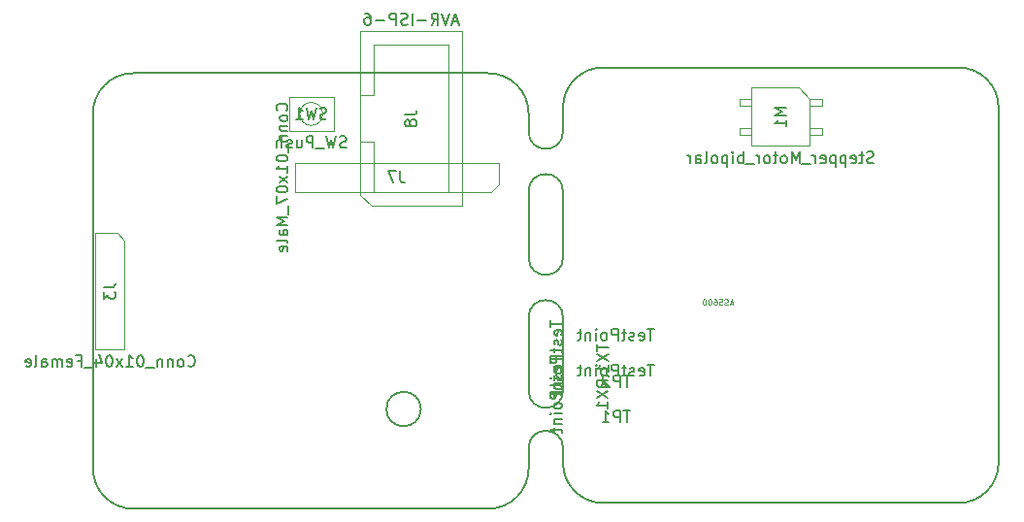
<source format=gbr>
%TF.GenerationSoftware,KiCad,Pcbnew,(5.1.8-0-10_14)*%
%TF.CreationDate,2021-08-18T19:24:52+02:00*%
%TF.ProjectId,ethersweep,65746865-7273-4776-9565-702e6b696361,2.0.1*%
%TF.SameCoordinates,Original*%
%TF.FileFunction,Other,Fab,Bot*%
%FSLAX46Y46*%
G04 Gerber Fmt 4.6, Leading zero omitted, Abs format (unit mm)*
G04 Created by KiCad (PCBNEW (5.1.8-0-10_14)) date 2021-08-18 19:24:52*
%MOMM*%
%LPD*%
G01*
G04 APERTURE LIST*
%TA.AperFunction,Profile*%
%ADD10C,0.150000*%
%TD*%
%ADD11C,0.100000*%
%ADD12C,0.150000*%
%ADD13C,0.015000*%
G04 APERTURE END LIST*
D10*
X198000000Y-81000000D02*
G75*
G02*
X201500000Y-84500000I0J-3500000D01*
G01*
X160500000Y-115500000D02*
X160500000Y-114200000D01*
X163500000Y-86600000D02*
X163500000Y-85000000D01*
X163500000Y-86600000D02*
G75*
G02*
X160500000Y-86600000I-1500000J0D01*
G01*
X163500000Y-115500000D02*
X163500000Y-114200000D01*
X160500000Y-86600000D02*
X160500000Y-85000000D01*
X160500000Y-114200000D02*
G75*
G02*
X163500000Y-114200000I1500000J0D01*
G01*
X163500000Y-97600000D02*
G75*
G02*
X160500000Y-97600000I-1500000J0D01*
G01*
X160500000Y-91800000D02*
G75*
G02*
X163500000Y-91800000I1500000J0D01*
G01*
X163500000Y-97600000D02*
X163500000Y-91800000D01*
X160500000Y-109200000D02*
X160500000Y-102800000D01*
X160500000Y-102800000D02*
G75*
G02*
X163500000Y-102800000I1500000J0D01*
G01*
X160500000Y-97600000D02*
X160500000Y-91800000D01*
X163500000Y-109200000D02*
X163500000Y-102800000D01*
X163500000Y-109200000D02*
G75*
G02*
X160500000Y-109200000I-1500000J0D01*
G01*
X160500000Y-116000000D02*
X160500000Y-115500000D01*
X163500000Y-84500000D02*
X163500000Y-85000000D01*
X151100000Y-110800000D02*
G75*
G03*
X151100000Y-110800000I-1500000J0D01*
G01*
X126000000Y-119500000D02*
G75*
G02*
X122500000Y-116000000I0J3500000D01*
G01*
X126000000Y-119500000D02*
X157000000Y-119500000D01*
X167000000Y-81000000D02*
X198000000Y-81000000D01*
X163500000Y-84500000D02*
G75*
G02*
X167000000Y-81000000I3500000J0D01*
G01*
X201500000Y-115500000D02*
G75*
G02*
X198000000Y-119000000I-3500000J0D01*
G01*
X167000000Y-119000000D02*
G75*
G02*
X163500000Y-115500000I0J3500000D01*
G01*
X167000000Y-119000000D02*
X198000000Y-119000000D01*
X201500000Y-115500000D02*
X201500000Y-84500000D01*
X122500000Y-85000000D02*
X122500000Y-116000000D01*
X160500000Y-116000000D02*
G75*
G02*
X157000000Y-119500000I-3500000J0D01*
G01*
X157000000Y-81500000D02*
G75*
G02*
X160500000Y-85000000I0J-3500000D01*
G01*
X122500000Y-85000000D02*
G75*
G02*
X126000000Y-81500000I3500000J0D01*
G01*
X157000000Y-81500000D02*
X126000000Y-81500000D01*
D11*
X147020000Y-83410000D02*
X145820000Y-83410000D01*
X147020000Y-83410000D02*
X147020000Y-83410000D01*
X147020000Y-79010000D02*
X147020000Y-83410000D01*
X153520000Y-79010000D02*
X147020000Y-79010000D01*
X153520000Y-91910000D02*
X153520000Y-79010000D01*
X147020000Y-91910000D02*
X153520000Y-91910000D01*
X147020000Y-87510000D02*
X147020000Y-91910000D01*
X145820000Y-87510000D02*
X147020000Y-87510000D01*
X145820000Y-77820000D02*
X145820000Y-92100000D01*
X154720000Y-77820000D02*
X145820000Y-77820000D01*
X154720000Y-93100000D02*
X154720000Y-77820000D01*
X146820000Y-93100000D02*
X154720000Y-93100000D01*
X145820000Y-92100000D02*
X146820000Y-93100000D01*
X124635000Y-95430000D02*
X122730000Y-95430000D01*
X122730000Y-95430000D02*
X122730000Y-105590000D01*
X122730000Y-105590000D02*
X125270000Y-105590000D01*
X125270000Y-105590000D02*
X125270000Y-96065000D01*
X125270000Y-96065000D02*
X124635000Y-95430000D01*
X179960000Y-87840000D02*
X185040000Y-87840000D01*
X184090000Y-82760000D02*
X179960000Y-82760000D01*
X185040000Y-87840000D02*
X185040000Y-83710000D01*
X185040000Y-83710000D02*
X184090000Y-82760000D01*
X179960000Y-82760000D02*
X179960000Y-87840000D01*
X185040000Y-83710000D02*
X186100000Y-83710000D01*
X186100000Y-83710000D02*
X186100000Y-84350000D01*
X186100000Y-84350000D02*
X185040000Y-84350000D01*
X179960000Y-83710000D02*
X178900000Y-83710000D01*
X178900000Y-83710000D02*
X178900000Y-84350000D01*
X178900000Y-84350000D02*
X179960000Y-84350000D01*
X185040000Y-86250000D02*
X186100000Y-86250000D01*
X186100000Y-86250000D02*
X186100000Y-86890000D01*
X186100000Y-86890000D02*
X185040000Y-86890000D01*
X179960000Y-86250000D02*
X178900000Y-86250000D01*
X178900000Y-86250000D02*
X178900000Y-86890000D01*
X178900000Y-86890000D02*
X179960000Y-86890000D01*
X142550000Y-85050000D02*
G75*
G03*
X142550000Y-85050000I-1000000J0D01*
G01*
X139600000Y-86500000D02*
X143500000Y-86500000D01*
X143500000Y-86500000D02*
X143500000Y-83600000D01*
X143500000Y-83600000D02*
X139600000Y-83600000D01*
X139600000Y-83600000D02*
X139600000Y-86500000D01*
X157870000Y-91235000D02*
X157870000Y-89330000D01*
X157870000Y-89330000D02*
X140090000Y-89330000D01*
X140090000Y-89330000D02*
X140090000Y-91870000D01*
X140090000Y-91870000D02*
X157235000Y-91870000D01*
X157235000Y-91870000D02*
X157870000Y-91235000D01*
D12*
X154365238Y-76986666D02*
X153889047Y-76986666D01*
X154460476Y-77272380D02*
X154127142Y-76272380D01*
X153793809Y-77272380D01*
X153603333Y-76272380D02*
X153270000Y-77272380D01*
X152936666Y-76272380D01*
X152031904Y-77272380D02*
X152365238Y-76796190D01*
X152603333Y-77272380D02*
X152603333Y-76272380D01*
X152222380Y-76272380D01*
X152127142Y-76320000D01*
X152079523Y-76367619D01*
X152031904Y-76462857D01*
X152031904Y-76605714D01*
X152079523Y-76700952D01*
X152127142Y-76748571D01*
X152222380Y-76796190D01*
X152603333Y-76796190D01*
X151603333Y-76891428D02*
X150841428Y-76891428D01*
X150365238Y-77272380D02*
X150365238Y-76272380D01*
X149936666Y-77224761D02*
X149793809Y-77272380D01*
X149555714Y-77272380D01*
X149460476Y-77224761D01*
X149412857Y-77177142D01*
X149365238Y-77081904D01*
X149365238Y-76986666D01*
X149412857Y-76891428D01*
X149460476Y-76843809D01*
X149555714Y-76796190D01*
X149746190Y-76748571D01*
X149841428Y-76700952D01*
X149889047Y-76653333D01*
X149936666Y-76558095D01*
X149936666Y-76462857D01*
X149889047Y-76367619D01*
X149841428Y-76320000D01*
X149746190Y-76272380D01*
X149508095Y-76272380D01*
X149365238Y-76320000D01*
X148936666Y-77272380D02*
X148936666Y-76272380D01*
X148555714Y-76272380D01*
X148460476Y-76320000D01*
X148412857Y-76367619D01*
X148365238Y-76462857D01*
X148365238Y-76605714D01*
X148412857Y-76700952D01*
X148460476Y-76748571D01*
X148555714Y-76796190D01*
X148936666Y-76796190D01*
X147936666Y-76891428D02*
X147174761Y-76891428D01*
X146270000Y-76272380D02*
X146460476Y-76272380D01*
X146555714Y-76320000D01*
X146603333Y-76367619D01*
X146698571Y-76510476D01*
X146746190Y-76700952D01*
X146746190Y-77081904D01*
X146698571Y-77177142D01*
X146650952Y-77224761D01*
X146555714Y-77272380D01*
X146365238Y-77272380D01*
X146270000Y-77224761D01*
X146222380Y-77177142D01*
X146174761Y-77081904D01*
X146174761Y-76843809D01*
X146222380Y-76748571D01*
X146270000Y-76700952D01*
X146365238Y-76653333D01*
X146555714Y-76653333D01*
X146650952Y-76700952D01*
X146698571Y-76748571D01*
X146746190Y-76843809D01*
X149722380Y-85126666D02*
X150436666Y-85126666D01*
X150579523Y-85079047D01*
X150674761Y-84983809D01*
X150722380Y-84840952D01*
X150722380Y-84745714D01*
X150150952Y-85745714D02*
X150103333Y-85650476D01*
X150055714Y-85602857D01*
X149960476Y-85555238D01*
X149912857Y-85555238D01*
X149817619Y-85602857D01*
X149770000Y-85650476D01*
X149722380Y-85745714D01*
X149722380Y-85936190D01*
X149770000Y-86031428D01*
X149817619Y-86079047D01*
X149912857Y-86126666D01*
X149960476Y-86126666D01*
X150055714Y-86079047D01*
X150103333Y-86031428D01*
X150150952Y-85936190D01*
X150150952Y-85745714D01*
X150198571Y-85650476D01*
X150246190Y-85602857D01*
X150341428Y-85555238D01*
X150531904Y-85555238D01*
X150627142Y-85602857D01*
X150674761Y-85650476D01*
X150722380Y-85745714D01*
X150722380Y-85936190D01*
X150674761Y-86031428D01*
X150627142Y-86079047D01*
X150531904Y-86126666D01*
X150341428Y-86126666D01*
X150246190Y-86079047D01*
X150198571Y-86031428D01*
X150150952Y-85936190D01*
X130785714Y-107007142D02*
X130833333Y-107054761D01*
X130976190Y-107102380D01*
X131071428Y-107102380D01*
X131214285Y-107054761D01*
X131309523Y-106959523D01*
X131357142Y-106864285D01*
X131404761Y-106673809D01*
X131404761Y-106530952D01*
X131357142Y-106340476D01*
X131309523Y-106245238D01*
X131214285Y-106150000D01*
X131071428Y-106102380D01*
X130976190Y-106102380D01*
X130833333Y-106150000D01*
X130785714Y-106197619D01*
X130214285Y-107102380D02*
X130309523Y-107054761D01*
X130357142Y-107007142D01*
X130404761Y-106911904D01*
X130404761Y-106626190D01*
X130357142Y-106530952D01*
X130309523Y-106483333D01*
X130214285Y-106435714D01*
X130071428Y-106435714D01*
X129976190Y-106483333D01*
X129928571Y-106530952D01*
X129880952Y-106626190D01*
X129880952Y-106911904D01*
X129928571Y-107007142D01*
X129976190Y-107054761D01*
X130071428Y-107102380D01*
X130214285Y-107102380D01*
X129452380Y-106435714D02*
X129452380Y-107102380D01*
X129452380Y-106530952D02*
X129404761Y-106483333D01*
X129309523Y-106435714D01*
X129166666Y-106435714D01*
X129071428Y-106483333D01*
X129023809Y-106578571D01*
X129023809Y-107102380D01*
X128547619Y-106435714D02*
X128547619Y-107102380D01*
X128547619Y-106530952D02*
X128500000Y-106483333D01*
X128404761Y-106435714D01*
X128261904Y-106435714D01*
X128166666Y-106483333D01*
X128119047Y-106578571D01*
X128119047Y-107102380D01*
X127880952Y-107197619D02*
X127119047Y-107197619D01*
X126690476Y-106102380D02*
X126595238Y-106102380D01*
X126500000Y-106150000D01*
X126452380Y-106197619D01*
X126404761Y-106292857D01*
X126357142Y-106483333D01*
X126357142Y-106721428D01*
X126404761Y-106911904D01*
X126452380Y-107007142D01*
X126500000Y-107054761D01*
X126595238Y-107102380D01*
X126690476Y-107102380D01*
X126785714Y-107054761D01*
X126833333Y-107007142D01*
X126880952Y-106911904D01*
X126928571Y-106721428D01*
X126928571Y-106483333D01*
X126880952Y-106292857D01*
X126833333Y-106197619D01*
X126785714Y-106150000D01*
X126690476Y-106102380D01*
X125404761Y-107102380D02*
X125976190Y-107102380D01*
X125690476Y-107102380D02*
X125690476Y-106102380D01*
X125785714Y-106245238D01*
X125880952Y-106340476D01*
X125976190Y-106388095D01*
X125071428Y-107102380D02*
X124547619Y-106435714D01*
X125071428Y-106435714D02*
X124547619Y-107102380D01*
X123976190Y-106102380D02*
X123880952Y-106102380D01*
X123785714Y-106150000D01*
X123738095Y-106197619D01*
X123690476Y-106292857D01*
X123642857Y-106483333D01*
X123642857Y-106721428D01*
X123690476Y-106911904D01*
X123738095Y-107007142D01*
X123785714Y-107054761D01*
X123880952Y-107102380D01*
X123976190Y-107102380D01*
X124071428Y-107054761D01*
X124119047Y-107007142D01*
X124166666Y-106911904D01*
X124214285Y-106721428D01*
X124214285Y-106483333D01*
X124166666Y-106292857D01*
X124119047Y-106197619D01*
X124071428Y-106150000D01*
X123976190Y-106102380D01*
X122785714Y-106435714D02*
X122785714Y-107102380D01*
X123023809Y-106054761D02*
X123261904Y-106769047D01*
X122642857Y-106769047D01*
X122500000Y-107197619D02*
X121738095Y-107197619D01*
X121166666Y-106578571D02*
X121500000Y-106578571D01*
X121500000Y-107102380D02*
X121500000Y-106102380D01*
X121023809Y-106102380D01*
X120261904Y-107054761D02*
X120357142Y-107102380D01*
X120547619Y-107102380D01*
X120642857Y-107054761D01*
X120690476Y-106959523D01*
X120690476Y-106578571D01*
X120642857Y-106483333D01*
X120547619Y-106435714D01*
X120357142Y-106435714D01*
X120261904Y-106483333D01*
X120214285Y-106578571D01*
X120214285Y-106673809D01*
X120690476Y-106769047D01*
X119785714Y-107102380D02*
X119785714Y-106435714D01*
X119785714Y-106530952D02*
X119738095Y-106483333D01*
X119642857Y-106435714D01*
X119500000Y-106435714D01*
X119404761Y-106483333D01*
X119357142Y-106578571D01*
X119357142Y-107102380D01*
X119357142Y-106578571D02*
X119309523Y-106483333D01*
X119214285Y-106435714D01*
X119071428Y-106435714D01*
X118976190Y-106483333D01*
X118928571Y-106578571D01*
X118928571Y-107102380D01*
X118023809Y-107102380D02*
X118023809Y-106578571D01*
X118071428Y-106483333D01*
X118166666Y-106435714D01*
X118357142Y-106435714D01*
X118452380Y-106483333D01*
X118023809Y-107054761D02*
X118119047Y-107102380D01*
X118357142Y-107102380D01*
X118452380Y-107054761D01*
X118500000Y-106959523D01*
X118500000Y-106864285D01*
X118452380Y-106769047D01*
X118357142Y-106721428D01*
X118119047Y-106721428D01*
X118023809Y-106673809D01*
X117404761Y-107102380D02*
X117500000Y-107054761D01*
X117547619Y-106959523D01*
X117547619Y-106102380D01*
X116642857Y-107054761D02*
X116738095Y-107102380D01*
X116928571Y-107102380D01*
X117023809Y-107054761D01*
X117071428Y-106959523D01*
X117071428Y-106578571D01*
X117023809Y-106483333D01*
X116928571Y-106435714D01*
X116738095Y-106435714D01*
X116642857Y-106483333D01*
X116595238Y-106578571D01*
X116595238Y-106673809D01*
X117071428Y-106769047D01*
X123452380Y-100176666D02*
X124166666Y-100176666D01*
X124309523Y-100129047D01*
X124404761Y-100033809D01*
X124452380Y-99890952D01*
X124452380Y-99795714D01*
X123452380Y-100557619D02*
X123452380Y-101176666D01*
X123833333Y-100843333D01*
X123833333Y-100986190D01*
X123880952Y-101081428D01*
X123928571Y-101129047D01*
X124023809Y-101176666D01*
X124261904Y-101176666D01*
X124357142Y-101129047D01*
X124404761Y-101081428D01*
X124452380Y-100986190D01*
X124452380Y-100700476D01*
X124404761Y-100605238D01*
X124357142Y-100557619D01*
X190595238Y-89304761D02*
X190452380Y-89352380D01*
X190214285Y-89352380D01*
X190119047Y-89304761D01*
X190071428Y-89257142D01*
X190023809Y-89161904D01*
X190023809Y-89066666D01*
X190071428Y-88971428D01*
X190119047Y-88923809D01*
X190214285Y-88876190D01*
X190404761Y-88828571D01*
X190500000Y-88780952D01*
X190547619Y-88733333D01*
X190595238Y-88638095D01*
X190595238Y-88542857D01*
X190547619Y-88447619D01*
X190500000Y-88400000D01*
X190404761Y-88352380D01*
X190166666Y-88352380D01*
X190023809Y-88400000D01*
X189738095Y-88685714D02*
X189357142Y-88685714D01*
X189595238Y-88352380D02*
X189595238Y-89209523D01*
X189547619Y-89304761D01*
X189452380Y-89352380D01*
X189357142Y-89352380D01*
X188642857Y-89304761D02*
X188738095Y-89352380D01*
X188928571Y-89352380D01*
X189023809Y-89304761D01*
X189071428Y-89209523D01*
X189071428Y-88828571D01*
X189023809Y-88733333D01*
X188928571Y-88685714D01*
X188738095Y-88685714D01*
X188642857Y-88733333D01*
X188595238Y-88828571D01*
X188595238Y-88923809D01*
X189071428Y-89019047D01*
X188166666Y-88685714D02*
X188166666Y-89685714D01*
X188166666Y-88733333D02*
X188071428Y-88685714D01*
X187880952Y-88685714D01*
X187785714Y-88733333D01*
X187738095Y-88780952D01*
X187690476Y-88876190D01*
X187690476Y-89161904D01*
X187738095Y-89257142D01*
X187785714Y-89304761D01*
X187880952Y-89352380D01*
X188071428Y-89352380D01*
X188166666Y-89304761D01*
X187261904Y-88685714D02*
X187261904Y-89685714D01*
X187261904Y-88733333D02*
X187166666Y-88685714D01*
X186976190Y-88685714D01*
X186880952Y-88733333D01*
X186833333Y-88780952D01*
X186785714Y-88876190D01*
X186785714Y-89161904D01*
X186833333Y-89257142D01*
X186880952Y-89304761D01*
X186976190Y-89352380D01*
X187166666Y-89352380D01*
X187261904Y-89304761D01*
X185976190Y-89304761D02*
X186071428Y-89352380D01*
X186261904Y-89352380D01*
X186357142Y-89304761D01*
X186404761Y-89209523D01*
X186404761Y-88828571D01*
X186357142Y-88733333D01*
X186261904Y-88685714D01*
X186071428Y-88685714D01*
X185976190Y-88733333D01*
X185928571Y-88828571D01*
X185928571Y-88923809D01*
X186404761Y-89019047D01*
X185500000Y-89352380D02*
X185500000Y-88685714D01*
X185500000Y-88876190D02*
X185452380Y-88780952D01*
X185404761Y-88733333D01*
X185309523Y-88685714D01*
X185214285Y-88685714D01*
X185119047Y-89447619D02*
X184357142Y-89447619D01*
X184119047Y-89352380D02*
X184119047Y-88352380D01*
X183785714Y-89066666D01*
X183452380Y-88352380D01*
X183452380Y-89352380D01*
X182833333Y-89352380D02*
X182928571Y-89304761D01*
X182976190Y-89257142D01*
X183023809Y-89161904D01*
X183023809Y-88876190D01*
X182976190Y-88780952D01*
X182928571Y-88733333D01*
X182833333Y-88685714D01*
X182690476Y-88685714D01*
X182595238Y-88733333D01*
X182547619Y-88780952D01*
X182500000Y-88876190D01*
X182500000Y-89161904D01*
X182547619Y-89257142D01*
X182595238Y-89304761D01*
X182690476Y-89352380D01*
X182833333Y-89352380D01*
X182214285Y-88685714D02*
X181833333Y-88685714D01*
X182071428Y-88352380D02*
X182071428Y-89209523D01*
X182023809Y-89304761D01*
X181928571Y-89352380D01*
X181833333Y-89352380D01*
X181357142Y-89352380D02*
X181452380Y-89304761D01*
X181500000Y-89257142D01*
X181547619Y-89161904D01*
X181547619Y-88876190D01*
X181500000Y-88780952D01*
X181452380Y-88733333D01*
X181357142Y-88685714D01*
X181214285Y-88685714D01*
X181119047Y-88733333D01*
X181071428Y-88780952D01*
X181023809Y-88876190D01*
X181023809Y-89161904D01*
X181071428Y-89257142D01*
X181119047Y-89304761D01*
X181214285Y-89352380D01*
X181357142Y-89352380D01*
X180595238Y-89352380D02*
X180595238Y-88685714D01*
X180595238Y-88876190D02*
X180547619Y-88780952D01*
X180500000Y-88733333D01*
X180404761Y-88685714D01*
X180309523Y-88685714D01*
X180214285Y-89447619D02*
X179452380Y-89447619D01*
X179214285Y-89352380D02*
X179214285Y-88352380D01*
X179214285Y-88733333D02*
X179119047Y-88685714D01*
X178928571Y-88685714D01*
X178833333Y-88733333D01*
X178785714Y-88780952D01*
X178738095Y-88876190D01*
X178738095Y-89161904D01*
X178785714Y-89257142D01*
X178833333Y-89304761D01*
X178928571Y-89352380D01*
X179119047Y-89352380D01*
X179214285Y-89304761D01*
X178309523Y-89352380D02*
X178309523Y-88685714D01*
X178309523Y-88352380D02*
X178357142Y-88400000D01*
X178309523Y-88447619D01*
X178261904Y-88400000D01*
X178309523Y-88352380D01*
X178309523Y-88447619D01*
X177833333Y-88685714D02*
X177833333Y-89685714D01*
X177833333Y-88733333D02*
X177738095Y-88685714D01*
X177547619Y-88685714D01*
X177452380Y-88733333D01*
X177404761Y-88780952D01*
X177357142Y-88876190D01*
X177357142Y-89161904D01*
X177404761Y-89257142D01*
X177452380Y-89304761D01*
X177547619Y-89352380D01*
X177738095Y-89352380D01*
X177833333Y-89304761D01*
X176785714Y-89352380D02*
X176880952Y-89304761D01*
X176928571Y-89257142D01*
X176976190Y-89161904D01*
X176976190Y-88876190D01*
X176928571Y-88780952D01*
X176880952Y-88733333D01*
X176785714Y-88685714D01*
X176642857Y-88685714D01*
X176547619Y-88733333D01*
X176500000Y-88780952D01*
X176452380Y-88876190D01*
X176452380Y-89161904D01*
X176500000Y-89257142D01*
X176547619Y-89304761D01*
X176642857Y-89352380D01*
X176785714Y-89352380D01*
X175880952Y-89352380D02*
X175976190Y-89304761D01*
X176023809Y-89209523D01*
X176023809Y-88352380D01*
X175071428Y-89352380D02*
X175071428Y-88828571D01*
X175119047Y-88733333D01*
X175214285Y-88685714D01*
X175404761Y-88685714D01*
X175500000Y-88733333D01*
X175071428Y-89304761D02*
X175166666Y-89352380D01*
X175404761Y-89352380D01*
X175500000Y-89304761D01*
X175547619Y-89209523D01*
X175547619Y-89114285D01*
X175500000Y-89019047D01*
X175404761Y-88971428D01*
X175166666Y-88971428D01*
X175071428Y-88923809D01*
X174595238Y-89352380D02*
X174595238Y-88685714D01*
X174595238Y-88876190D02*
X174547619Y-88780952D01*
X174500000Y-88733333D01*
X174404761Y-88685714D01*
X174309523Y-88685714D01*
X182952380Y-84490476D02*
X181952380Y-84490476D01*
X182666666Y-84823809D01*
X181952380Y-85157142D01*
X182952380Y-85157142D01*
X182952380Y-86157142D02*
X182952380Y-85585714D01*
X182952380Y-85871428D02*
X181952380Y-85871428D01*
X182095238Y-85776190D01*
X182190476Y-85680952D01*
X182238095Y-85585714D01*
X144597619Y-87954761D02*
X144454761Y-88002380D01*
X144216666Y-88002380D01*
X144121428Y-87954761D01*
X144073809Y-87907142D01*
X144026190Y-87811904D01*
X144026190Y-87716666D01*
X144073809Y-87621428D01*
X144121428Y-87573809D01*
X144216666Y-87526190D01*
X144407142Y-87478571D01*
X144502380Y-87430952D01*
X144550000Y-87383333D01*
X144597619Y-87288095D01*
X144597619Y-87192857D01*
X144550000Y-87097619D01*
X144502380Y-87050000D01*
X144407142Y-87002380D01*
X144169047Y-87002380D01*
X144026190Y-87050000D01*
X143692857Y-87002380D02*
X143454761Y-88002380D01*
X143264285Y-87288095D01*
X143073809Y-88002380D01*
X142835714Y-87002380D01*
X142692857Y-88097619D02*
X141930952Y-88097619D01*
X141692857Y-88002380D02*
X141692857Y-87002380D01*
X141311904Y-87002380D01*
X141216666Y-87050000D01*
X141169047Y-87097619D01*
X141121428Y-87192857D01*
X141121428Y-87335714D01*
X141169047Y-87430952D01*
X141216666Y-87478571D01*
X141311904Y-87526190D01*
X141692857Y-87526190D01*
X140264285Y-87335714D02*
X140264285Y-88002380D01*
X140692857Y-87335714D02*
X140692857Y-87859523D01*
X140645238Y-87954761D01*
X140550000Y-88002380D01*
X140407142Y-88002380D01*
X140311904Y-87954761D01*
X140264285Y-87907142D01*
X139835714Y-87954761D02*
X139740476Y-88002380D01*
X139550000Y-88002380D01*
X139454761Y-87954761D01*
X139407142Y-87859523D01*
X139407142Y-87811904D01*
X139454761Y-87716666D01*
X139550000Y-87669047D01*
X139692857Y-87669047D01*
X139788095Y-87621428D01*
X139835714Y-87526190D01*
X139835714Y-87478571D01*
X139788095Y-87383333D01*
X139692857Y-87335714D01*
X139550000Y-87335714D01*
X139454761Y-87383333D01*
X138978571Y-88002380D02*
X138978571Y-87002380D01*
X138550000Y-88002380D02*
X138550000Y-87478571D01*
X138597619Y-87383333D01*
X138692857Y-87335714D01*
X138835714Y-87335714D01*
X138930952Y-87383333D01*
X138978571Y-87430952D01*
X142883333Y-85454761D02*
X142740476Y-85502380D01*
X142502380Y-85502380D01*
X142407142Y-85454761D01*
X142359523Y-85407142D01*
X142311904Y-85311904D01*
X142311904Y-85216666D01*
X142359523Y-85121428D01*
X142407142Y-85073809D01*
X142502380Y-85026190D01*
X142692857Y-84978571D01*
X142788095Y-84930952D01*
X142835714Y-84883333D01*
X142883333Y-84788095D01*
X142883333Y-84692857D01*
X142835714Y-84597619D01*
X142788095Y-84550000D01*
X142692857Y-84502380D01*
X142454761Y-84502380D01*
X142311904Y-84550000D01*
X141978571Y-84502380D02*
X141740476Y-85502380D01*
X141550000Y-84788095D01*
X141359523Y-85502380D01*
X141121428Y-84502380D01*
X140216666Y-85502380D02*
X140788095Y-85502380D01*
X140502380Y-85502380D02*
X140502380Y-84502380D01*
X140597619Y-84645238D01*
X140692857Y-84740476D01*
X140788095Y-84788095D01*
D13*
X178309523Y-101583333D02*
X178071428Y-101583333D01*
X178357142Y-101726190D02*
X178190476Y-101226190D01*
X178023809Y-101726190D01*
X177880952Y-101702380D02*
X177809523Y-101726190D01*
X177690476Y-101726190D01*
X177642857Y-101702380D01*
X177619047Y-101678571D01*
X177595238Y-101630952D01*
X177595238Y-101583333D01*
X177619047Y-101535714D01*
X177642857Y-101511904D01*
X177690476Y-101488095D01*
X177785714Y-101464285D01*
X177833333Y-101440476D01*
X177857142Y-101416666D01*
X177880952Y-101369047D01*
X177880952Y-101321428D01*
X177857142Y-101273809D01*
X177833333Y-101250000D01*
X177785714Y-101226190D01*
X177666666Y-101226190D01*
X177595238Y-101250000D01*
X177142857Y-101226190D02*
X177380952Y-101226190D01*
X177404761Y-101464285D01*
X177380952Y-101440476D01*
X177333333Y-101416666D01*
X177214285Y-101416666D01*
X177166666Y-101440476D01*
X177142857Y-101464285D01*
X177119047Y-101511904D01*
X177119047Y-101630952D01*
X177142857Y-101678571D01*
X177166666Y-101702380D01*
X177214285Y-101726190D01*
X177333333Y-101726190D01*
X177380952Y-101702380D01*
X177404761Y-101678571D01*
X176690476Y-101226190D02*
X176785714Y-101226190D01*
X176833333Y-101250000D01*
X176857142Y-101273809D01*
X176904761Y-101345238D01*
X176928571Y-101440476D01*
X176928571Y-101630952D01*
X176904761Y-101678571D01*
X176880952Y-101702380D01*
X176833333Y-101726190D01*
X176738095Y-101726190D01*
X176690476Y-101702380D01*
X176666666Y-101678571D01*
X176642857Y-101630952D01*
X176642857Y-101511904D01*
X176666666Y-101464285D01*
X176690476Y-101440476D01*
X176738095Y-101416666D01*
X176833333Y-101416666D01*
X176880952Y-101440476D01*
X176904761Y-101464285D01*
X176928571Y-101511904D01*
X176333333Y-101226190D02*
X176285714Y-101226190D01*
X176238095Y-101250000D01*
X176214285Y-101273809D01*
X176190476Y-101321428D01*
X176166666Y-101416666D01*
X176166666Y-101535714D01*
X176190476Y-101630952D01*
X176214285Y-101678571D01*
X176238095Y-101702380D01*
X176285714Y-101726190D01*
X176333333Y-101726190D01*
X176380952Y-101702380D01*
X176404761Y-101678571D01*
X176428571Y-101630952D01*
X176452380Y-101535714D01*
X176452380Y-101416666D01*
X176428571Y-101321428D01*
X176404761Y-101273809D01*
X176380952Y-101250000D01*
X176333333Y-101226190D01*
X175857142Y-101226190D02*
X175809523Y-101226190D01*
X175761904Y-101250000D01*
X175738095Y-101273809D01*
X175714285Y-101321428D01*
X175690476Y-101416666D01*
X175690476Y-101535714D01*
X175714285Y-101630952D01*
X175738095Y-101678571D01*
X175761904Y-101702380D01*
X175809523Y-101726190D01*
X175857142Y-101726190D01*
X175904761Y-101702380D01*
X175928571Y-101678571D01*
X175952380Y-101630952D01*
X175976190Y-101535714D01*
X175976190Y-101416666D01*
X175952380Y-101321428D01*
X175928571Y-101273809D01*
X175904761Y-101250000D01*
X175857142Y-101226190D01*
D12*
X162377379Y-106166666D02*
X162377379Y-106738095D01*
X163377379Y-106452380D02*
X162377379Y-106452380D01*
X163329760Y-107452380D02*
X163377379Y-107357142D01*
X163377379Y-107166666D01*
X163329760Y-107071428D01*
X163234522Y-107023809D01*
X162853570Y-107023809D01*
X162758332Y-107071428D01*
X162710713Y-107166666D01*
X162710713Y-107357142D01*
X162758332Y-107452380D01*
X162853570Y-107500000D01*
X162948808Y-107500000D01*
X163044046Y-107023809D01*
X163329760Y-107880952D02*
X163377379Y-107976190D01*
X163377379Y-108166666D01*
X163329760Y-108261904D01*
X163234522Y-108309523D01*
X163186903Y-108309523D01*
X163091665Y-108261904D01*
X163044046Y-108166666D01*
X163044046Y-108023809D01*
X162996427Y-107928571D01*
X162901189Y-107880952D01*
X162853570Y-107880952D01*
X162758332Y-107928571D01*
X162710713Y-108023809D01*
X162710713Y-108166666D01*
X162758332Y-108261904D01*
X162710713Y-108595238D02*
X162710713Y-108976190D01*
X162377379Y-108738095D02*
X163234522Y-108738095D01*
X163329760Y-108785714D01*
X163377379Y-108880952D01*
X163377379Y-108976190D01*
X163377379Y-109309523D02*
X162377379Y-109309523D01*
X162377379Y-109690476D01*
X162424999Y-109785714D01*
X162472618Y-109833333D01*
X162567856Y-109880952D01*
X162710713Y-109880952D01*
X162805951Y-109833333D01*
X162853570Y-109785714D01*
X162901189Y-109690476D01*
X162901189Y-109309523D01*
X163377379Y-110452380D02*
X163329760Y-110357142D01*
X163282141Y-110309523D01*
X163186903Y-110261904D01*
X162901189Y-110261904D01*
X162805951Y-110309523D01*
X162758332Y-110357142D01*
X162710713Y-110452380D01*
X162710713Y-110595238D01*
X162758332Y-110690476D01*
X162805951Y-110738095D01*
X162901189Y-110785714D01*
X163186903Y-110785714D01*
X163282141Y-110738095D01*
X163329760Y-110690476D01*
X163377379Y-110595238D01*
X163377379Y-110452380D01*
X163377379Y-111214285D02*
X162710713Y-111214285D01*
X162377379Y-111214285D02*
X162424999Y-111166666D01*
X162472618Y-111214285D01*
X162424999Y-111261904D01*
X162377379Y-111214285D01*
X162472618Y-111214285D01*
X162710713Y-111690476D02*
X163377379Y-111690476D01*
X162805951Y-111690476D02*
X162758332Y-111738095D01*
X162710713Y-111833333D01*
X162710713Y-111976190D01*
X162758332Y-112071428D01*
X162853570Y-112119047D01*
X163377379Y-112119047D01*
X162710713Y-112452380D02*
X162710713Y-112833333D01*
X162377379Y-112595238D02*
X163234522Y-112595238D01*
X163329760Y-112642857D01*
X163377379Y-112738095D01*
X163377379Y-112833333D01*
X167427379Y-108857142D02*
X166951189Y-108523809D01*
X167427379Y-108285714D02*
X166427379Y-108285714D01*
X166427379Y-108666666D01*
X166474999Y-108761904D01*
X166522618Y-108809523D01*
X166617856Y-108857142D01*
X166760713Y-108857142D01*
X166855951Y-108809523D01*
X166903570Y-108761904D01*
X166951189Y-108666666D01*
X166951189Y-108285714D01*
X166427379Y-109190476D02*
X167427379Y-109857142D01*
X166427379Y-109857142D02*
X167427379Y-109190476D01*
X167427379Y-110761904D02*
X167427379Y-110190476D01*
X167427379Y-110476190D02*
X166427379Y-110476190D01*
X166570237Y-110380952D01*
X166665475Y-110285714D01*
X166713094Y-110190476D01*
X162402380Y-103066666D02*
X162402380Y-103638095D01*
X163402380Y-103352380D02*
X162402380Y-103352380D01*
X163354761Y-104352380D02*
X163402380Y-104257142D01*
X163402380Y-104066666D01*
X163354761Y-103971428D01*
X163259523Y-103923809D01*
X162878571Y-103923809D01*
X162783333Y-103971428D01*
X162735714Y-104066666D01*
X162735714Y-104257142D01*
X162783333Y-104352380D01*
X162878571Y-104400000D01*
X162973809Y-104400000D01*
X163069047Y-103923809D01*
X163354761Y-104780952D02*
X163402380Y-104876190D01*
X163402380Y-105066666D01*
X163354761Y-105161904D01*
X163259523Y-105209523D01*
X163211904Y-105209523D01*
X163116666Y-105161904D01*
X163069047Y-105066666D01*
X163069047Y-104923809D01*
X163021428Y-104828571D01*
X162926190Y-104780952D01*
X162878571Y-104780952D01*
X162783333Y-104828571D01*
X162735714Y-104923809D01*
X162735714Y-105066666D01*
X162783333Y-105161904D01*
X162735714Y-105495238D02*
X162735714Y-105876190D01*
X162402380Y-105638095D02*
X163259523Y-105638095D01*
X163354761Y-105685714D01*
X163402380Y-105780952D01*
X163402380Y-105876190D01*
X163402380Y-106209523D02*
X162402380Y-106209523D01*
X162402380Y-106590476D01*
X162450000Y-106685714D01*
X162497619Y-106733333D01*
X162592857Y-106780952D01*
X162735714Y-106780952D01*
X162830952Y-106733333D01*
X162878571Y-106685714D01*
X162926190Y-106590476D01*
X162926190Y-106209523D01*
X163402380Y-107352380D02*
X163354761Y-107257142D01*
X163307142Y-107209523D01*
X163211904Y-107161904D01*
X162926190Y-107161904D01*
X162830952Y-107209523D01*
X162783333Y-107257142D01*
X162735714Y-107352380D01*
X162735714Y-107495238D01*
X162783333Y-107590476D01*
X162830952Y-107638095D01*
X162926190Y-107685714D01*
X163211904Y-107685714D01*
X163307142Y-107638095D01*
X163354761Y-107590476D01*
X163402380Y-107495238D01*
X163402380Y-107352380D01*
X163402380Y-108114285D02*
X162735714Y-108114285D01*
X162402380Y-108114285D02*
X162450000Y-108066666D01*
X162497619Y-108114285D01*
X162450000Y-108161904D01*
X162402380Y-108114285D01*
X162497619Y-108114285D01*
X162735714Y-108590476D02*
X163402380Y-108590476D01*
X162830952Y-108590476D02*
X162783333Y-108638095D01*
X162735714Y-108733333D01*
X162735714Y-108876190D01*
X162783333Y-108971428D01*
X162878571Y-109019047D01*
X163402380Y-109019047D01*
X162735714Y-109352380D02*
X162735714Y-109733333D01*
X162402380Y-109495238D02*
X163259523Y-109495238D01*
X163354761Y-109542857D01*
X163402380Y-109638095D01*
X163402380Y-109733333D01*
X166452380Y-105161904D02*
X166452380Y-105733333D01*
X167452380Y-105447619D02*
X166452380Y-105447619D01*
X166452380Y-105971428D02*
X167452380Y-106638095D01*
X166452380Y-106638095D02*
X167452380Y-105971428D01*
X167452380Y-107542857D02*
X167452380Y-106971428D01*
X167452380Y-107257142D02*
X166452380Y-107257142D01*
X166595238Y-107161904D01*
X166690476Y-107066666D01*
X166738095Y-106971428D01*
X171433333Y-106902380D02*
X170861904Y-106902380D01*
X171147619Y-107902380D02*
X171147619Y-106902380D01*
X170147619Y-107854761D02*
X170242857Y-107902380D01*
X170433333Y-107902380D01*
X170528571Y-107854761D01*
X170576190Y-107759523D01*
X170576190Y-107378571D01*
X170528571Y-107283333D01*
X170433333Y-107235714D01*
X170242857Y-107235714D01*
X170147619Y-107283333D01*
X170100000Y-107378571D01*
X170100000Y-107473809D01*
X170576190Y-107569047D01*
X169719047Y-107854761D02*
X169623809Y-107902380D01*
X169433333Y-107902380D01*
X169338095Y-107854761D01*
X169290476Y-107759523D01*
X169290476Y-107711904D01*
X169338095Y-107616666D01*
X169433333Y-107569047D01*
X169576190Y-107569047D01*
X169671428Y-107521428D01*
X169719047Y-107426190D01*
X169719047Y-107378571D01*
X169671428Y-107283333D01*
X169576190Y-107235714D01*
X169433333Y-107235714D01*
X169338095Y-107283333D01*
X169004761Y-107235714D02*
X168623809Y-107235714D01*
X168861904Y-106902380D02*
X168861904Y-107759523D01*
X168814285Y-107854761D01*
X168719047Y-107902380D01*
X168623809Y-107902380D01*
X168290476Y-107902380D02*
X168290476Y-106902380D01*
X167909523Y-106902380D01*
X167814285Y-106950000D01*
X167766666Y-106997619D01*
X167719047Y-107092857D01*
X167719047Y-107235714D01*
X167766666Y-107330952D01*
X167814285Y-107378571D01*
X167909523Y-107426190D01*
X168290476Y-107426190D01*
X167147619Y-107902380D02*
X167242857Y-107854761D01*
X167290476Y-107807142D01*
X167338095Y-107711904D01*
X167338095Y-107426190D01*
X167290476Y-107330952D01*
X167242857Y-107283333D01*
X167147619Y-107235714D01*
X167004761Y-107235714D01*
X166909523Y-107283333D01*
X166861904Y-107330952D01*
X166814285Y-107426190D01*
X166814285Y-107711904D01*
X166861904Y-107807142D01*
X166909523Y-107854761D01*
X167004761Y-107902380D01*
X167147619Y-107902380D01*
X166385714Y-107902380D02*
X166385714Y-107235714D01*
X166385714Y-106902380D02*
X166433333Y-106950000D01*
X166385714Y-106997619D01*
X166338095Y-106950000D01*
X166385714Y-106902380D01*
X166385714Y-106997619D01*
X165909523Y-107235714D02*
X165909523Y-107902380D01*
X165909523Y-107330952D02*
X165861904Y-107283333D01*
X165766666Y-107235714D01*
X165623809Y-107235714D01*
X165528571Y-107283333D01*
X165480952Y-107378571D01*
X165480952Y-107902380D01*
X165147619Y-107235714D02*
X164766666Y-107235714D01*
X165004761Y-106902380D02*
X165004761Y-107759523D01*
X164957142Y-107854761D01*
X164861904Y-107902380D01*
X164766666Y-107902380D01*
X169361904Y-110952380D02*
X168790476Y-110952380D01*
X169076190Y-111952380D02*
X169076190Y-110952380D01*
X168457142Y-111952380D02*
X168457142Y-110952380D01*
X168076190Y-110952380D01*
X167980952Y-111000000D01*
X167933333Y-111047619D01*
X167885714Y-111142857D01*
X167885714Y-111285714D01*
X167933333Y-111380952D01*
X167980952Y-111428571D01*
X168076190Y-111476190D01*
X168457142Y-111476190D01*
X166933333Y-111952380D02*
X167504761Y-111952380D01*
X167219047Y-111952380D02*
X167219047Y-110952380D01*
X167314285Y-111095238D01*
X167409523Y-111190476D01*
X167504761Y-111238095D01*
X171433333Y-103802380D02*
X170861904Y-103802380D01*
X171147619Y-104802380D02*
X171147619Y-103802380D01*
X170147619Y-104754761D02*
X170242857Y-104802380D01*
X170433333Y-104802380D01*
X170528571Y-104754761D01*
X170576190Y-104659523D01*
X170576190Y-104278571D01*
X170528571Y-104183333D01*
X170433333Y-104135714D01*
X170242857Y-104135714D01*
X170147619Y-104183333D01*
X170100000Y-104278571D01*
X170100000Y-104373809D01*
X170576190Y-104469047D01*
X169719047Y-104754761D02*
X169623809Y-104802380D01*
X169433333Y-104802380D01*
X169338095Y-104754761D01*
X169290476Y-104659523D01*
X169290476Y-104611904D01*
X169338095Y-104516666D01*
X169433333Y-104469047D01*
X169576190Y-104469047D01*
X169671428Y-104421428D01*
X169719047Y-104326190D01*
X169719047Y-104278571D01*
X169671428Y-104183333D01*
X169576190Y-104135714D01*
X169433333Y-104135714D01*
X169338095Y-104183333D01*
X169004761Y-104135714D02*
X168623809Y-104135714D01*
X168861904Y-103802380D02*
X168861904Y-104659523D01*
X168814285Y-104754761D01*
X168719047Y-104802380D01*
X168623809Y-104802380D01*
X168290476Y-104802380D02*
X168290476Y-103802380D01*
X167909523Y-103802380D01*
X167814285Y-103850000D01*
X167766666Y-103897619D01*
X167719047Y-103992857D01*
X167719047Y-104135714D01*
X167766666Y-104230952D01*
X167814285Y-104278571D01*
X167909523Y-104326190D01*
X168290476Y-104326190D01*
X167147619Y-104802380D02*
X167242857Y-104754761D01*
X167290476Y-104707142D01*
X167338095Y-104611904D01*
X167338095Y-104326190D01*
X167290476Y-104230952D01*
X167242857Y-104183333D01*
X167147619Y-104135714D01*
X167004761Y-104135714D01*
X166909523Y-104183333D01*
X166861904Y-104230952D01*
X166814285Y-104326190D01*
X166814285Y-104611904D01*
X166861904Y-104707142D01*
X166909523Y-104754761D01*
X167004761Y-104802380D01*
X167147619Y-104802380D01*
X166385714Y-104802380D02*
X166385714Y-104135714D01*
X166385714Y-103802380D02*
X166433333Y-103850000D01*
X166385714Y-103897619D01*
X166338095Y-103850000D01*
X166385714Y-103802380D01*
X166385714Y-103897619D01*
X165909523Y-104135714D02*
X165909523Y-104802380D01*
X165909523Y-104230952D02*
X165861904Y-104183333D01*
X165766666Y-104135714D01*
X165623809Y-104135714D01*
X165528571Y-104183333D01*
X165480952Y-104278571D01*
X165480952Y-104802380D01*
X165147619Y-104135714D02*
X164766666Y-104135714D01*
X165004761Y-103802380D02*
X165004761Y-104659523D01*
X164957142Y-104754761D01*
X164861904Y-104802380D01*
X164766666Y-104802380D01*
X169361904Y-107852380D02*
X168790476Y-107852380D01*
X169076190Y-108852380D02*
X169076190Y-107852380D01*
X168457142Y-108852380D02*
X168457142Y-107852380D01*
X168076190Y-107852380D01*
X167980952Y-107900000D01*
X167933333Y-107947619D01*
X167885714Y-108042857D01*
X167885714Y-108185714D01*
X167933333Y-108280952D01*
X167980952Y-108328571D01*
X168076190Y-108376190D01*
X168457142Y-108376190D01*
X167504761Y-107947619D02*
X167457142Y-107900000D01*
X167361904Y-107852380D01*
X167123809Y-107852380D01*
X167028571Y-107900000D01*
X166980952Y-107947619D01*
X166933333Y-108042857D01*
X166933333Y-108138095D01*
X166980952Y-108280952D01*
X167552380Y-108852380D01*
X166933333Y-108852380D01*
X139387142Y-84766666D02*
X139434761Y-84719047D01*
X139482380Y-84576190D01*
X139482380Y-84480952D01*
X139434761Y-84338095D01*
X139339523Y-84242857D01*
X139244285Y-84195238D01*
X139053809Y-84147619D01*
X138910952Y-84147619D01*
X138720476Y-84195238D01*
X138625238Y-84242857D01*
X138530000Y-84338095D01*
X138482380Y-84480952D01*
X138482380Y-84576190D01*
X138530000Y-84719047D01*
X138577619Y-84766666D01*
X139482380Y-85338095D02*
X139434761Y-85242857D01*
X139387142Y-85195238D01*
X139291904Y-85147619D01*
X139006190Y-85147619D01*
X138910952Y-85195238D01*
X138863333Y-85242857D01*
X138815714Y-85338095D01*
X138815714Y-85480952D01*
X138863333Y-85576190D01*
X138910952Y-85623809D01*
X139006190Y-85671428D01*
X139291904Y-85671428D01*
X139387142Y-85623809D01*
X139434761Y-85576190D01*
X139482380Y-85480952D01*
X139482380Y-85338095D01*
X138815714Y-86100000D02*
X139482380Y-86100000D01*
X138910952Y-86100000D02*
X138863333Y-86147619D01*
X138815714Y-86242857D01*
X138815714Y-86385714D01*
X138863333Y-86480952D01*
X138958571Y-86528571D01*
X139482380Y-86528571D01*
X138815714Y-87004761D02*
X139482380Y-87004761D01*
X138910952Y-87004761D02*
X138863333Y-87052380D01*
X138815714Y-87147619D01*
X138815714Y-87290476D01*
X138863333Y-87385714D01*
X138958571Y-87433333D01*
X139482380Y-87433333D01*
X139577619Y-87671428D02*
X139577619Y-88433333D01*
X138482380Y-88861904D02*
X138482380Y-88957142D01*
X138530000Y-89052380D01*
X138577619Y-89100000D01*
X138672857Y-89147619D01*
X138863333Y-89195238D01*
X139101428Y-89195238D01*
X139291904Y-89147619D01*
X139387142Y-89100000D01*
X139434761Y-89052380D01*
X139482380Y-88957142D01*
X139482380Y-88861904D01*
X139434761Y-88766666D01*
X139387142Y-88719047D01*
X139291904Y-88671428D01*
X139101428Y-88623809D01*
X138863333Y-88623809D01*
X138672857Y-88671428D01*
X138577619Y-88719047D01*
X138530000Y-88766666D01*
X138482380Y-88861904D01*
X139482380Y-90147619D02*
X139482380Y-89576190D01*
X139482380Y-89861904D02*
X138482380Y-89861904D01*
X138625238Y-89766666D01*
X138720476Y-89671428D01*
X138768095Y-89576190D01*
X139482380Y-90480952D02*
X138815714Y-91004761D01*
X138815714Y-90480952D02*
X139482380Y-91004761D01*
X138482380Y-91576190D02*
X138482380Y-91671428D01*
X138530000Y-91766666D01*
X138577619Y-91814285D01*
X138672857Y-91861904D01*
X138863333Y-91909523D01*
X139101428Y-91909523D01*
X139291904Y-91861904D01*
X139387142Y-91814285D01*
X139434761Y-91766666D01*
X139482380Y-91671428D01*
X139482380Y-91576190D01*
X139434761Y-91480952D01*
X139387142Y-91433333D01*
X139291904Y-91385714D01*
X139101428Y-91338095D01*
X138863333Y-91338095D01*
X138672857Y-91385714D01*
X138577619Y-91433333D01*
X138530000Y-91480952D01*
X138482380Y-91576190D01*
X138482380Y-92242857D02*
X138482380Y-92909523D01*
X139482380Y-92480952D01*
X139577619Y-93052380D02*
X139577619Y-93814285D01*
X139482380Y-94052380D02*
X138482380Y-94052380D01*
X139196666Y-94385714D01*
X138482380Y-94719047D01*
X139482380Y-94719047D01*
X139482380Y-95623809D02*
X138958571Y-95623809D01*
X138863333Y-95576190D01*
X138815714Y-95480952D01*
X138815714Y-95290476D01*
X138863333Y-95195238D01*
X139434761Y-95623809D02*
X139482380Y-95528571D01*
X139482380Y-95290476D01*
X139434761Y-95195238D01*
X139339523Y-95147619D01*
X139244285Y-95147619D01*
X139149047Y-95195238D01*
X139101428Y-95290476D01*
X139101428Y-95528571D01*
X139053809Y-95623809D01*
X139482380Y-96242857D02*
X139434761Y-96147619D01*
X139339523Y-96100000D01*
X138482380Y-96100000D01*
X139434761Y-97004761D02*
X139482380Y-96909523D01*
X139482380Y-96719047D01*
X139434761Y-96623809D01*
X139339523Y-96576190D01*
X138958571Y-96576190D01*
X138863333Y-96623809D01*
X138815714Y-96719047D01*
X138815714Y-96909523D01*
X138863333Y-97004761D01*
X138958571Y-97052380D01*
X139053809Y-97052380D01*
X139149047Y-96576190D01*
X149313333Y-90052380D02*
X149313333Y-90766666D01*
X149360952Y-90909523D01*
X149456190Y-91004761D01*
X149599047Y-91052380D01*
X149694285Y-91052380D01*
X148932380Y-90052380D02*
X148265714Y-90052380D01*
X148694285Y-91052380D01*
M02*

</source>
